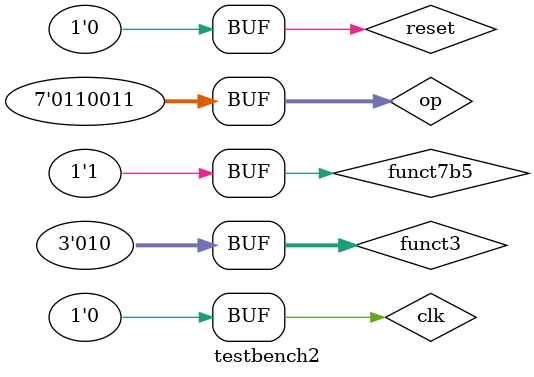
<source format=sv>
module testbench2();

  logic        clk;
  logic        reset;
  
  logic  [6:0] op;
  logic [2:0] funct3;
  logic       funct7b5;
  logic       Zero;


  logic [1:0] ImmSrc;
  logic [1:0] ALUSrcA, ALUSrcB;
  logic [1:0] ResultSrc;
  logic       AdrSrc;
  logic [2:0] ALUControl;
  logic       IRWrite, PCWrite;
  logic       RegWrite, MemWrite;
  


  // instantiate device to be tested
  controller uut(clk, reset, op, funct3, funct7b5, Zero,
                 ImmSrc, ALUSrcA, ALUSrcB, ResultSrc, AdrSrc, ALUControl, IRWrite, PCWrite, RegWrite, MemWrite);
  
  // generate clock
  always 
    begin
      clk = 1; #5; clk = 0; #5;
    end

	initial begin
		reset = 1;
		#20;
		reset = 0;

		op = 7'b0000011;
		#50;
		op = 7'b0110011;
		funct3 = 3'b000;	
		funct7b5 = 1'b0;
		#50;
		funct7b5 = 1'b1;
		#50;
		funct3 = 3'b010;	




	end
endmodule
</source>
